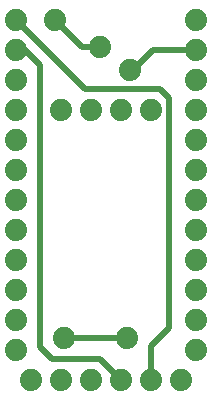
<source format=gbl>
G04 Layer_Physical_Order=2*
G04 Layer_Color=16711680*
%FSLAX25Y25*%
%MOIN*%
G70*
G01*
G75*
%ADD11C,0.02000*%
%ADD12C,0.07400*%
D11*
X21000Y20732D02*
X42000D01*
X17000Y13732D02*
X33000D01*
X13000Y17732D02*
X17000Y13732D01*
X13000Y17732D02*
Y111732D01*
X33000Y13732D02*
X40000Y6732D01*
X56000Y24232D02*
Y100732D01*
X53000Y103732D02*
X56000Y100732D01*
X28000Y103732D02*
X53000D01*
X18000Y126732D02*
X27000Y117732D01*
X33000D01*
X5000Y126732D02*
X28000Y103732D01*
X8000Y116732D02*
X13000Y111732D01*
X5000Y116732D02*
X8000D01*
X50500D02*
X65000D01*
X44000Y110232D02*
X50500Y116732D01*
X43000Y110232D02*
X44000D01*
X50000Y18232D02*
X56000Y24232D01*
X50000Y6732D02*
Y18232D01*
D12*
X42000Y20732D02*
D03*
X21000D02*
D03*
X40000Y96732D02*
D03*
X50000D02*
D03*
X65000Y106732D02*
D03*
X18000Y126732D02*
D03*
X33000Y117732D02*
D03*
X43000Y110232D02*
D03*
X30000Y96732D02*
D03*
X20000D02*
D03*
X60000Y6732D02*
D03*
X50000D02*
D03*
X40000D02*
D03*
X30000D02*
D03*
X20000D02*
D03*
X10000D02*
D03*
X65000Y26732D02*
D03*
Y36732D02*
D03*
Y46732D02*
D03*
Y56732D02*
D03*
Y66732D02*
D03*
Y76732D02*
D03*
Y86732D02*
D03*
Y96732D02*
D03*
Y116732D02*
D03*
Y126732D02*
D03*
X5000D02*
D03*
Y116732D02*
D03*
Y106732D02*
D03*
Y96732D02*
D03*
Y86732D02*
D03*
Y76732D02*
D03*
Y66732D02*
D03*
Y56732D02*
D03*
Y46732D02*
D03*
Y36732D02*
D03*
Y26732D02*
D03*
X65000Y16732D02*
D03*
X5000D02*
D03*
M02*

</source>
